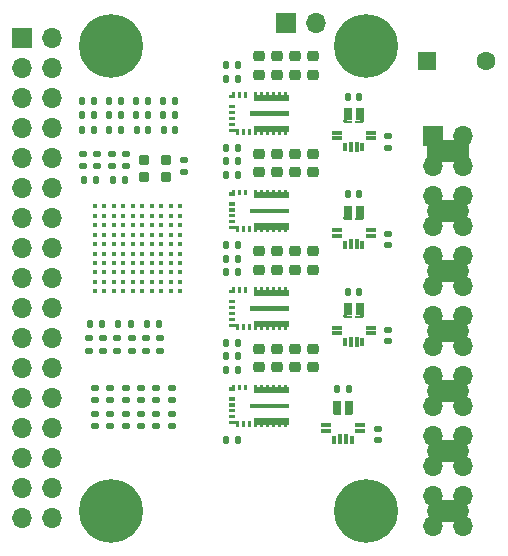
<source format=gts>
%TF.GenerationSoftware,KiCad,Pcbnew,(7.0.0)*%
%TF.CreationDate,2023-10-30T13:55:29-04:00*%
%TF.ProjectId,ECE4760 Motor Driver,45434534-3736-4302-904d-6f746f722044,rev?*%
%TF.SameCoordinates,Original*%
%TF.FileFunction,Soldermask,Top*%
%TF.FilePolarity,Negative*%
%FSLAX46Y46*%
G04 Gerber Fmt 4.6, Leading zero omitted, Abs format (unit mm)*
G04 Created by KiCad (PCBNEW (7.0.0)) date 2023-10-30 13:55:29*
%MOMM*%
%LPD*%
G01*
G04 APERTURE LIST*
G04 Aperture macros list*
%AMRoundRect*
0 Rectangle with rounded corners*
0 $1 Rounding radius*
0 $2 $3 $4 $5 $6 $7 $8 $9 X,Y pos of 4 corners*
0 Add a 4 corners polygon primitive as box body*
4,1,4,$2,$3,$4,$5,$6,$7,$8,$9,$2,$3,0*
0 Add four circle primitives for the rounded corners*
1,1,$1+$1,$2,$3*
1,1,$1+$1,$4,$5*
1,1,$1+$1,$6,$7*
1,1,$1+$1,$8,$9*
0 Add four rect primitives between the rounded corners*
20,1,$1+$1,$2,$3,$4,$5,0*
20,1,$1+$1,$4,$5,$6,$7,0*
20,1,$1+$1,$6,$7,$8,$9,0*
20,1,$1+$1,$8,$9,$2,$3,0*%
%AMRotRect*
0 Rectangle, with rotation*
0 The origin of the aperture is its center*
0 $1 length*
0 $2 width*
0 $3 Rotation angle, in degrees counterclockwise*
0 Add horizontal line*
21,1,$1,$2,0,0,$3*%
G04 Aperture macros list end*
%ADD10RoundRect,0.135000X0.185000X-0.135000X0.185000X0.135000X-0.185000X0.135000X-0.185000X-0.135000X0*%
%ADD11C,0.800000*%
%ADD12C,5.400000*%
%ADD13RoundRect,0.135000X-0.135000X-0.185000X0.135000X-0.185000X0.135000X0.185000X-0.135000X0.185000X0*%
%ADD14R,0.800000X1.070000*%
%ADD15RotRect,0.282800X0.282800X315.000000*%
%ADD16R,0.600000X0.200000*%
%ADD17R,0.850000X0.300000*%
%ADD18R,0.300000X0.800000*%
%ADD19R,0.300000X0.850000*%
%ADD20RoundRect,0.140000X0.140000X0.170000X-0.140000X0.170000X-0.140000X-0.170000X0.140000X-0.170000X0*%
%ADD21RoundRect,0.140000X0.170000X-0.140000X0.170000X0.140000X-0.170000X0.140000X-0.170000X-0.140000X0*%
%ADD22RoundRect,0.135000X-0.185000X0.135000X-0.185000X-0.135000X0.185000X-0.135000X0.185000X0.135000X0*%
%ADD23RoundRect,0.225000X0.250000X-0.225000X0.250000X0.225000X-0.250000X0.225000X-0.250000X-0.225000X0*%
%ADD24RoundRect,0.140000X-0.170000X0.140000X-0.170000X-0.140000X0.170000X-0.140000X0.170000X0.140000X0*%
%ADD25RoundRect,0.135000X0.135000X0.185000X-0.135000X0.185000X-0.135000X-0.185000X0.135000X-0.185000X0*%
%ADD26RoundRect,0.140000X-0.140000X-0.170000X0.140000X-0.170000X0.140000X0.170000X-0.140000X0.170000X0*%
%ADD27RoundRect,0.250000X-1.550000X0.650000X-1.550000X-0.650000X1.550000X-0.650000X1.550000X0.650000X0*%
%ADD28O,3.600000X1.800000*%
%ADD29RoundRect,0.200000X-0.250000X0.200000X-0.250000X-0.200000X0.250000X-0.200000X0.250000X0.200000X0*%
%ADD30R,1.600000X1.600000*%
%ADD31C,1.600000*%
%ADD32C,0.400000*%
%ADD33R,1.700000X1.700000*%
%ADD34O,1.700000X1.700000*%
G04 APERTURE END LIST*
%TO.C,Q1*%
G36*
X95753000Y-49090000D02*
G01*
X96243000Y-49090000D01*
X96243000Y-48820000D01*
X95753000Y-48820000D01*
X95753000Y-49090000D01*
G37*
G36*
X95753000Y-49590000D02*
G01*
X96243000Y-49590000D01*
X96243000Y-49320000D01*
X95753000Y-49320000D01*
X95753000Y-49590000D01*
G37*
G36*
X95753000Y-50090000D02*
G01*
X96243000Y-50090000D01*
X96243000Y-49820000D01*
X95753000Y-49820000D01*
X95753000Y-50090000D01*
G37*
G36*
X95753000Y-50590000D02*
G01*
X96243000Y-50590000D01*
X96243000Y-50320000D01*
X95753000Y-50320000D01*
X95753000Y-50590000D01*
G37*
G36*
X96758000Y-48225000D02*
G01*
X96488000Y-48225000D01*
X96488000Y-47735000D01*
X96758000Y-47735000D01*
X96758000Y-48225000D01*
G37*
G36*
X96838000Y-50835000D02*
G01*
X97108000Y-50835000D01*
X97108000Y-51325000D01*
X96838000Y-51325000D01*
X96838000Y-50835000D01*
G37*
G36*
X97258000Y-48225000D02*
G01*
X96988000Y-48225000D01*
X96988000Y-47735000D01*
X97258000Y-47735000D01*
X97258000Y-48225000D01*
G37*
G36*
X97338000Y-50835000D02*
G01*
X97608000Y-50835000D01*
X97608000Y-51325000D01*
X97338000Y-51325000D01*
X97338000Y-50835000D01*
G37*
G36*
X97489000Y-49338000D02*
G01*
X100798000Y-49338000D01*
X100798000Y-49722000D01*
X97489000Y-49722000D01*
X97489000Y-49338000D01*
G37*
G36*
X96606000Y-51332000D02*
G01*
X96336000Y-51332000D01*
X96336000Y-51097000D01*
X95748000Y-51097000D01*
X95748000Y-50827000D01*
X96606000Y-50827000D01*
X96606000Y-51332000D01*
G37*
G36*
X96258000Y-48240000D02*
G01*
X95753000Y-48240000D01*
X95753000Y-47970000D01*
X95988000Y-47970000D01*
X95988000Y-47735000D01*
X96258000Y-47735000D01*
X96258000Y-48240000D01*
G37*
G36*
X98138000Y-47945000D02*
G01*
X98368000Y-47945000D01*
X98368000Y-47725000D01*
X98638000Y-47725000D01*
X98638000Y-47945000D01*
X98868000Y-47945000D01*
X98868000Y-47725000D01*
X99138000Y-47725000D01*
X99138000Y-47945000D01*
X99368000Y-47945000D01*
X99368000Y-47725000D01*
X99638000Y-47725000D01*
X99638000Y-47945000D01*
X99868000Y-47945000D01*
X99868000Y-47725000D01*
X100138000Y-47725000D01*
X100138000Y-47945000D01*
X100368000Y-47945000D01*
X100368000Y-47725000D01*
X100638000Y-47725000D01*
X100638000Y-47945000D01*
X100868000Y-47945000D01*
X100868000Y-48475000D01*
X97868000Y-48475000D01*
X97868000Y-47725000D01*
X98138000Y-47725000D01*
X98138000Y-47945000D01*
G37*
G36*
X100868000Y-51115000D02*
G01*
X100638000Y-51115000D01*
X100638000Y-51335000D01*
X100368000Y-51335000D01*
X100368000Y-51115000D01*
X100138000Y-51115000D01*
X100138000Y-51335000D01*
X99868000Y-51335000D01*
X99868000Y-51115000D01*
X99638000Y-51115000D01*
X99638000Y-51335000D01*
X99368000Y-51335000D01*
X99368000Y-51115000D01*
X99138000Y-51115000D01*
X99138000Y-51335000D01*
X98868000Y-51335000D01*
X98868000Y-51115000D01*
X98638000Y-51115000D01*
X98638000Y-51335000D01*
X98368000Y-51335000D01*
X98368000Y-51115000D01*
X98138000Y-51115000D01*
X98138000Y-51335000D01*
X97868000Y-51335000D01*
X97868000Y-50585000D01*
X100868000Y-50585000D01*
X100868000Y-51115000D01*
G37*
%TO.C,Q4*%
G36*
X95753000Y-73855000D02*
G01*
X96243000Y-73855000D01*
X96243000Y-73585000D01*
X95753000Y-73585000D01*
X95753000Y-73855000D01*
G37*
G36*
X95753000Y-74355000D02*
G01*
X96243000Y-74355000D01*
X96243000Y-74085000D01*
X95753000Y-74085000D01*
X95753000Y-74355000D01*
G37*
G36*
X95753000Y-74855000D02*
G01*
X96243000Y-74855000D01*
X96243000Y-74585000D01*
X95753000Y-74585000D01*
X95753000Y-74855000D01*
G37*
G36*
X95753000Y-75355000D02*
G01*
X96243000Y-75355000D01*
X96243000Y-75085000D01*
X95753000Y-75085000D01*
X95753000Y-75355000D01*
G37*
G36*
X96758000Y-72990000D02*
G01*
X96488000Y-72990000D01*
X96488000Y-72500000D01*
X96758000Y-72500000D01*
X96758000Y-72990000D01*
G37*
G36*
X96838000Y-75600000D02*
G01*
X97108000Y-75600000D01*
X97108000Y-76090000D01*
X96838000Y-76090000D01*
X96838000Y-75600000D01*
G37*
G36*
X97258000Y-72990000D02*
G01*
X96988000Y-72990000D01*
X96988000Y-72500000D01*
X97258000Y-72500000D01*
X97258000Y-72990000D01*
G37*
G36*
X97338000Y-75600000D02*
G01*
X97608000Y-75600000D01*
X97608000Y-76090000D01*
X97338000Y-76090000D01*
X97338000Y-75600000D01*
G37*
G36*
X97489000Y-74103000D02*
G01*
X100798000Y-74103000D01*
X100798000Y-74487000D01*
X97489000Y-74487000D01*
X97489000Y-74103000D01*
G37*
G36*
X96606000Y-76097000D02*
G01*
X96336000Y-76097000D01*
X96336000Y-75862000D01*
X95748000Y-75862000D01*
X95748000Y-75592000D01*
X96606000Y-75592000D01*
X96606000Y-76097000D01*
G37*
G36*
X96258000Y-73005000D02*
G01*
X95753000Y-73005000D01*
X95753000Y-72735000D01*
X95988000Y-72735000D01*
X95988000Y-72500000D01*
X96258000Y-72500000D01*
X96258000Y-73005000D01*
G37*
G36*
X98138000Y-72710000D02*
G01*
X98368000Y-72710000D01*
X98368000Y-72490000D01*
X98638000Y-72490000D01*
X98638000Y-72710000D01*
X98868000Y-72710000D01*
X98868000Y-72490000D01*
X99138000Y-72490000D01*
X99138000Y-72710000D01*
X99368000Y-72710000D01*
X99368000Y-72490000D01*
X99638000Y-72490000D01*
X99638000Y-72710000D01*
X99868000Y-72710000D01*
X99868000Y-72490000D01*
X100138000Y-72490000D01*
X100138000Y-72710000D01*
X100368000Y-72710000D01*
X100368000Y-72490000D01*
X100638000Y-72490000D01*
X100638000Y-72710000D01*
X100868000Y-72710000D01*
X100868000Y-73240000D01*
X97868000Y-73240000D01*
X97868000Y-72490000D01*
X98138000Y-72490000D01*
X98138000Y-72710000D01*
G37*
G36*
X100868000Y-75880000D02*
G01*
X100638000Y-75880000D01*
X100638000Y-76100000D01*
X100368000Y-76100000D01*
X100368000Y-75880000D01*
X100138000Y-75880000D01*
X100138000Y-76100000D01*
X99868000Y-76100000D01*
X99868000Y-75880000D01*
X99638000Y-75880000D01*
X99638000Y-76100000D01*
X99368000Y-76100000D01*
X99368000Y-75880000D01*
X99138000Y-75880000D01*
X99138000Y-76100000D01*
X98868000Y-76100000D01*
X98868000Y-75880000D01*
X98638000Y-75880000D01*
X98638000Y-76100000D01*
X98368000Y-76100000D01*
X98368000Y-75880000D01*
X98138000Y-75880000D01*
X98138000Y-76100000D01*
X97868000Y-76100000D01*
X97868000Y-75350000D01*
X100868000Y-75350000D01*
X100868000Y-75880000D01*
G37*
%TO.C,Q2*%
G36*
X95753000Y-57345000D02*
G01*
X96243000Y-57345000D01*
X96243000Y-57075000D01*
X95753000Y-57075000D01*
X95753000Y-57345000D01*
G37*
G36*
X95753000Y-57845000D02*
G01*
X96243000Y-57845000D01*
X96243000Y-57575000D01*
X95753000Y-57575000D01*
X95753000Y-57845000D01*
G37*
G36*
X95753000Y-58345000D02*
G01*
X96243000Y-58345000D01*
X96243000Y-58075000D01*
X95753000Y-58075000D01*
X95753000Y-58345000D01*
G37*
G36*
X95753000Y-58845000D02*
G01*
X96243000Y-58845000D01*
X96243000Y-58575000D01*
X95753000Y-58575000D01*
X95753000Y-58845000D01*
G37*
G36*
X96758000Y-56480000D02*
G01*
X96488000Y-56480000D01*
X96488000Y-55990000D01*
X96758000Y-55990000D01*
X96758000Y-56480000D01*
G37*
G36*
X96838000Y-59090000D02*
G01*
X97108000Y-59090000D01*
X97108000Y-59580000D01*
X96838000Y-59580000D01*
X96838000Y-59090000D01*
G37*
G36*
X97258000Y-56480000D02*
G01*
X96988000Y-56480000D01*
X96988000Y-55990000D01*
X97258000Y-55990000D01*
X97258000Y-56480000D01*
G37*
G36*
X97338000Y-59090000D02*
G01*
X97608000Y-59090000D01*
X97608000Y-59580000D01*
X97338000Y-59580000D01*
X97338000Y-59090000D01*
G37*
G36*
X97489000Y-57593000D02*
G01*
X100798000Y-57593000D01*
X100798000Y-57977000D01*
X97489000Y-57977000D01*
X97489000Y-57593000D01*
G37*
G36*
X96606000Y-59587000D02*
G01*
X96336000Y-59587000D01*
X96336000Y-59352000D01*
X95748000Y-59352000D01*
X95748000Y-59082000D01*
X96606000Y-59082000D01*
X96606000Y-59587000D01*
G37*
G36*
X96258000Y-56495000D02*
G01*
X95753000Y-56495000D01*
X95753000Y-56225000D01*
X95988000Y-56225000D01*
X95988000Y-55990000D01*
X96258000Y-55990000D01*
X96258000Y-56495000D01*
G37*
G36*
X98138000Y-56200000D02*
G01*
X98368000Y-56200000D01*
X98368000Y-55980000D01*
X98638000Y-55980000D01*
X98638000Y-56200000D01*
X98868000Y-56200000D01*
X98868000Y-55980000D01*
X99138000Y-55980000D01*
X99138000Y-56200000D01*
X99368000Y-56200000D01*
X99368000Y-55980000D01*
X99638000Y-55980000D01*
X99638000Y-56200000D01*
X99868000Y-56200000D01*
X99868000Y-55980000D01*
X100138000Y-55980000D01*
X100138000Y-56200000D01*
X100368000Y-56200000D01*
X100368000Y-55980000D01*
X100638000Y-55980000D01*
X100638000Y-56200000D01*
X100868000Y-56200000D01*
X100868000Y-56730000D01*
X97868000Y-56730000D01*
X97868000Y-55980000D01*
X98138000Y-55980000D01*
X98138000Y-56200000D01*
G37*
G36*
X100868000Y-59370000D02*
G01*
X100638000Y-59370000D01*
X100638000Y-59590000D01*
X100368000Y-59590000D01*
X100368000Y-59370000D01*
X100138000Y-59370000D01*
X100138000Y-59590000D01*
X99868000Y-59590000D01*
X99868000Y-59370000D01*
X99638000Y-59370000D01*
X99638000Y-59590000D01*
X99368000Y-59590000D01*
X99368000Y-59370000D01*
X99138000Y-59370000D01*
X99138000Y-59590000D01*
X98868000Y-59590000D01*
X98868000Y-59370000D01*
X98638000Y-59370000D01*
X98638000Y-59590000D01*
X98368000Y-59590000D01*
X98368000Y-59370000D01*
X98138000Y-59370000D01*
X98138000Y-59590000D01*
X97868000Y-59590000D01*
X97868000Y-58840000D01*
X100868000Y-58840000D01*
X100868000Y-59370000D01*
G37*
%TO.C,Q3*%
G36*
X95753000Y-65600000D02*
G01*
X96243000Y-65600000D01*
X96243000Y-65330000D01*
X95753000Y-65330000D01*
X95753000Y-65600000D01*
G37*
G36*
X95753000Y-66100000D02*
G01*
X96243000Y-66100000D01*
X96243000Y-65830000D01*
X95753000Y-65830000D01*
X95753000Y-66100000D01*
G37*
G36*
X95753000Y-66600000D02*
G01*
X96243000Y-66600000D01*
X96243000Y-66330000D01*
X95753000Y-66330000D01*
X95753000Y-66600000D01*
G37*
G36*
X95753000Y-67100000D02*
G01*
X96243000Y-67100000D01*
X96243000Y-66830000D01*
X95753000Y-66830000D01*
X95753000Y-67100000D01*
G37*
G36*
X96758000Y-64735000D02*
G01*
X96488000Y-64735000D01*
X96488000Y-64245000D01*
X96758000Y-64245000D01*
X96758000Y-64735000D01*
G37*
G36*
X96838000Y-67345000D02*
G01*
X97108000Y-67345000D01*
X97108000Y-67835000D01*
X96838000Y-67835000D01*
X96838000Y-67345000D01*
G37*
G36*
X97258000Y-64735000D02*
G01*
X96988000Y-64735000D01*
X96988000Y-64245000D01*
X97258000Y-64245000D01*
X97258000Y-64735000D01*
G37*
G36*
X97338000Y-67345000D02*
G01*
X97608000Y-67345000D01*
X97608000Y-67835000D01*
X97338000Y-67835000D01*
X97338000Y-67345000D01*
G37*
G36*
X97489000Y-65848000D02*
G01*
X100798000Y-65848000D01*
X100798000Y-66232000D01*
X97489000Y-66232000D01*
X97489000Y-65848000D01*
G37*
G36*
X96606000Y-67842000D02*
G01*
X96336000Y-67842000D01*
X96336000Y-67607000D01*
X95748000Y-67607000D01*
X95748000Y-67337000D01*
X96606000Y-67337000D01*
X96606000Y-67842000D01*
G37*
G36*
X96258000Y-64750000D02*
G01*
X95753000Y-64750000D01*
X95753000Y-64480000D01*
X95988000Y-64480000D01*
X95988000Y-64245000D01*
X96258000Y-64245000D01*
X96258000Y-64750000D01*
G37*
G36*
X98138000Y-64455000D02*
G01*
X98368000Y-64455000D01*
X98368000Y-64235000D01*
X98638000Y-64235000D01*
X98638000Y-64455000D01*
X98868000Y-64455000D01*
X98868000Y-64235000D01*
X99138000Y-64235000D01*
X99138000Y-64455000D01*
X99368000Y-64455000D01*
X99368000Y-64235000D01*
X99638000Y-64235000D01*
X99638000Y-64455000D01*
X99868000Y-64455000D01*
X99868000Y-64235000D01*
X100138000Y-64235000D01*
X100138000Y-64455000D01*
X100368000Y-64455000D01*
X100368000Y-64235000D01*
X100638000Y-64235000D01*
X100638000Y-64455000D01*
X100868000Y-64455000D01*
X100868000Y-64985000D01*
X97868000Y-64985000D01*
X97868000Y-64235000D01*
X98138000Y-64235000D01*
X98138000Y-64455000D01*
G37*
G36*
X100868000Y-67625000D02*
G01*
X100638000Y-67625000D01*
X100638000Y-67845000D01*
X100368000Y-67845000D01*
X100368000Y-67625000D01*
X100138000Y-67625000D01*
X100138000Y-67845000D01*
X99868000Y-67845000D01*
X99868000Y-67625000D01*
X99638000Y-67625000D01*
X99638000Y-67845000D01*
X99368000Y-67845000D01*
X99368000Y-67625000D01*
X99138000Y-67625000D01*
X99138000Y-67845000D01*
X98868000Y-67845000D01*
X98868000Y-67625000D01*
X98638000Y-67625000D01*
X98638000Y-67845000D01*
X98368000Y-67845000D01*
X98368000Y-67625000D01*
X98138000Y-67625000D01*
X98138000Y-67845000D01*
X97868000Y-67845000D01*
X97868000Y-67095000D01*
X100868000Y-67095000D01*
X100868000Y-67625000D01*
G37*
%TD*%
D10*
%TO.C,R24*%
X86300000Y-69610000D03*
X86300000Y-68590000D03*
%TD*%
D11*
%TO.C,H2*%
X83700000Y-43815000D03*
X84293109Y-42383109D03*
X84293109Y-45246891D03*
X85725000Y-41790000D03*
D12*
X85725000Y-43815000D03*
D11*
X85725000Y-45840000D03*
X87156891Y-42383109D03*
X87156891Y-45246891D03*
X87750000Y-43815000D03*
%TD*%
D13*
%TO.C,R15*%
X90190000Y-49700000D03*
X91210000Y-49700000D03*
%TD*%
D14*
%TO.C,U2*%
X106798999Y-49606999D03*
D15*
X106998999Y-50141999D03*
D16*
X106698999Y-50241999D03*
D14*
X105798999Y-49606999D03*
D15*
X105598999Y-50141999D03*
D16*
X105898999Y-50241999D03*
D17*
X104848999Y-51156999D03*
X104848999Y-51656999D03*
D18*
X105548999Y-52406999D03*
D19*
X106048999Y-52356999D03*
X106548999Y-52356999D03*
D18*
X107048999Y-52406999D03*
D17*
X107748999Y-51656999D03*
X107748999Y-51156999D03*
%TD*%
D10*
%TO.C,R27*%
X88700000Y-69610000D03*
X88700000Y-68590000D03*
%TD*%
D20*
%TO.C,C28*%
X96492000Y-61849000D03*
X95532000Y-61849000D03*
%TD*%
D10*
%TO.C,R39*%
X84400000Y-76010000D03*
X84400000Y-74990000D03*
%TD*%
%TO.C,R38*%
X89600000Y-73810000D03*
X89600000Y-72790000D03*
%TD*%
D13*
%TO.C,R6*%
X95502000Y-60706000D03*
X96522000Y-60706000D03*
%TD*%
%TO.C,R12*%
X85590000Y-48500000D03*
X86610000Y-48500000D03*
%TD*%
D21*
%TO.C,C18*%
X109220000Y-52423000D03*
X109220000Y-51463000D03*
%TD*%
D10*
%TO.C,R41*%
X88300000Y-76010000D03*
X88300000Y-74990000D03*
%TD*%
D22*
%TO.C,R30*%
X84600000Y-52990000D03*
X84600000Y-54010000D03*
%TD*%
D10*
%TO.C,R26*%
X89899999Y-69610000D03*
X89899999Y-68590000D03*
%TD*%
D23*
%TO.C,C49*%
X102870000Y-62751000D03*
X102870000Y-61201000D03*
%TD*%
D10*
%TO.C,R40*%
X85700000Y-76010000D03*
X85700000Y-74990000D03*
%TD*%
D23*
%TO.C,C42*%
X98298000Y-54496000D03*
X98298000Y-52946000D03*
%TD*%
%TO.C,C39*%
X98298000Y-46241000D03*
X98298000Y-44691000D03*
%TD*%
D13*
%TO.C,R14*%
X90190000Y-48500000D03*
X91210000Y-48500000D03*
%TD*%
D23*
%TO.C,C50*%
X98298000Y-71006000D03*
X98298000Y-69456000D03*
%TD*%
D13*
%TO.C,R10*%
X95502000Y-77216000D03*
X96522000Y-77216000D03*
%TD*%
D24*
%TO.C,C11*%
X91900000Y-53520000D03*
X91900000Y-54480000D03*
%TD*%
D23*
%TO.C,C38*%
X99822000Y-46241000D03*
X99822000Y-44691000D03*
%TD*%
D22*
%TO.C,R33*%
X87000000Y-52990000D03*
X87000000Y-54010000D03*
%TD*%
D25*
%TO.C,R31*%
X84510000Y-55200000D03*
X83490000Y-55200000D03*
%TD*%
D23*
%TO.C,C44*%
X101346000Y-54496000D03*
X101346000Y-52946000D03*
%TD*%
D13*
%TO.C,R4*%
X95502000Y-52451000D03*
X96522000Y-52451000D03*
%TD*%
D26*
%TO.C,C35*%
X104930000Y-72898000D03*
X105890000Y-72898000D03*
%TD*%
%TO.C,C23*%
X105819000Y-56388000D03*
X106779000Y-56388000D03*
%TD*%
D25*
%TO.C,R11*%
X96522000Y-71247000D03*
X95502000Y-71247000D03*
%TD*%
D23*
%TO.C,C48*%
X101346000Y-62751000D03*
X101346000Y-61201000D03*
%TD*%
D21*
%TO.C,C36*%
X108331000Y-77188000D03*
X108331000Y-76228000D03*
%TD*%
D24*
%TO.C,C72*%
X87000000Y-75020000D03*
X87000000Y-75980000D03*
%TD*%
D10*
%TO.C,R20*%
X85100000Y-69610000D03*
X85100000Y-68590000D03*
%TD*%
D22*
%TO.C,R29*%
X83400000Y-52990000D03*
X83400000Y-54010000D03*
%TD*%
D21*
%TO.C,C30*%
X109220000Y-68806000D03*
X109220000Y-67846000D03*
%TD*%
D23*
%TO.C,C40*%
X101346000Y-46241000D03*
X101346000Y-44691000D03*
%TD*%
D13*
%TO.C,R18*%
X83290000Y-48500000D03*
X84310000Y-48500000D03*
%TD*%
D23*
%TO.C,C53*%
X102870000Y-71006000D03*
X102870000Y-69456000D03*
%TD*%
D10*
%TO.C,R42*%
X89600000Y-76010000D03*
X89600000Y-74990000D03*
%TD*%
D11*
%TO.C,H1*%
X105290000Y-43815000D03*
X105883109Y-42383109D03*
X105883109Y-45246891D03*
X107315000Y-41790000D03*
D12*
X107315000Y-43815000D03*
D11*
X107315000Y-45840000D03*
X108746891Y-42383109D03*
X108746891Y-45246891D03*
X109340000Y-43815000D03*
%TD*%
D10*
%TO.C,R36*%
X85700000Y-73810000D03*
X85700000Y-72790000D03*
%TD*%
D24*
%TO.C,C71*%
X90900000Y-72820000D03*
X90900000Y-73780000D03*
%TD*%
D14*
%TO.C,U4*%
X106798999Y-66116999D03*
D15*
X106998999Y-66651999D03*
D16*
X106698999Y-66751999D03*
D14*
X105798999Y-66116999D03*
D15*
X105598999Y-66651999D03*
D16*
X105898999Y-66751999D03*
D17*
X104848999Y-67666999D03*
X104848999Y-68166999D03*
D18*
X105548999Y-68916999D03*
D19*
X106048999Y-68866999D03*
X106548999Y-68866999D03*
D18*
X107048999Y-68916999D03*
D17*
X107748999Y-68166999D03*
X107748999Y-67666999D03*
%TD*%
D22*
%TO.C,R32*%
X85800000Y-52990000D03*
X85800000Y-54010000D03*
%TD*%
D27*
%TO.C,J2*%
X114300000Y-52705000D03*
D28*
X114299999Y-57784999D03*
X114299999Y-62864999D03*
X114299999Y-67944999D03*
X114299999Y-73024999D03*
X114299999Y-78104999D03*
X114299999Y-83184999D03*
%TD*%
D23*
%TO.C,C43*%
X99822000Y-54496000D03*
X99822000Y-52946000D03*
%TD*%
D10*
%TO.C,R21*%
X83900000Y-69610000D03*
X83900000Y-68590000D03*
%TD*%
D13*
%TO.C,R19*%
X83290000Y-49700000D03*
X84310000Y-49700000D03*
%TD*%
%TO.C,R28*%
X88790000Y-67400000D03*
X89810000Y-67400000D03*
%TD*%
D23*
%TO.C,C52*%
X101346000Y-71006000D03*
X101346000Y-69456000D03*
%TD*%
D13*
%TO.C,R17*%
X87890000Y-49700000D03*
X88910000Y-49700000D03*
%TD*%
D14*
%TO.C,U6*%
X105909999Y-74371999D03*
D15*
X106109999Y-74906999D03*
D16*
X105809999Y-75006999D03*
D14*
X104909999Y-74371999D03*
D15*
X104709999Y-74906999D03*
D16*
X105009999Y-75006999D03*
D17*
X103959999Y-75921999D03*
X103959999Y-76421999D03*
D18*
X104659999Y-77171999D03*
D19*
X105159999Y-77121999D03*
X105659999Y-77121999D03*
D18*
X106159999Y-77171999D03*
D17*
X106859999Y-76421999D03*
X106859999Y-75921999D03*
%TD*%
D13*
%TO.C,R13*%
X85590000Y-49700000D03*
X86610000Y-49700000D03*
%TD*%
D25*
%TO.C,R5*%
X96522000Y-46609000D03*
X95502000Y-46609000D03*
%TD*%
D23*
%TO.C,C41*%
X102870000Y-46241000D03*
X102870000Y-44691000D03*
%TD*%
D21*
%TO.C,C24*%
X109220000Y-60678000D03*
X109220000Y-59718000D03*
%TD*%
D10*
%TO.C,R23*%
X87500000Y-69610000D03*
X87500000Y-68590000D03*
%TD*%
%TO.C,R35*%
X84400000Y-73810000D03*
X84400000Y-72790000D03*
%TD*%
D20*
%TO.C,C22*%
X96492000Y-53594000D03*
X95532000Y-53594000D03*
%TD*%
%TO.C,C67*%
X91180000Y-50900000D03*
X90220000Y-50900000D03*
%TD*%
D14*
%TO.C,U3*%
X106798999Y-57861999D03*
D15*
X106998999Y-58396999D03*
D16*
X106698999Y-58496999D03*
D14*
X105798999Y-57861999D03*
D15*
X105598999Y-58396999D03*
D16*
X105898999Y-58496999D03*
D17*
X104848999Y-59411999D03*
X104848999Y-59911999D03*
D18*
X105548999Y-60661999D03*
D19*
X106048999Y-60611999D03*
X106548999Y-60611999D03*
D18*
X107048999Y-60661999D03*
D17*
X107748999Y-59911999D03*
X107748999Y-59411999D03*
%TD*%
D20*
%TO.C,C68*%
X88880000Y-50900000D03*
X87920000Y-50900000D03*
%TD*%
D26*
%TO.C,C17*%
X105819000Y-48133000D03*
X106779000Y-48133000D03*
%TD*%
D25*
%TO.C,R7*%
X96522000Y-54737000D03*
X95502000Y-54737000D03*
%TD*%
D20*
%TO.C,C34*%
X96492000Y-70104000D03*
X95532000Y-70104000D03*
%TD*%
D11*
%TO.C,H4*%
X83700000Y-83185000D03*
X84293109Y-81753109D03*
X84293109Y-84616891D03*
X85725000Y-81160000D03*
D12*
X85725000Y-83185000D03*
D11*
X85725000Y-85210000D03*
X87156891Y-81753109D03*
X87156891Y-84616891D03*
X87750000Y-83185000D03*
%TD*%
D20*
%TO.C,C16*%
X96492000Y-45466000D03*
X95532000Y-45466000D03*
%TD*%
D29*
%TO.C,X1*%
X90425000Y-53475000D03*
X88575000Y-53475000D03*
X88575000Y-54925000D03*
X90425000Y-54925000D03*
%TD*%
D30*
%TO.C,C1*%
X112532348Y-45084999D03*
D31*
X117532349Y-45085000D03*
%TD*%
D20*
%TO.C,C66*%
X86580000Y-50900000D03*
X85620000Y-50900000D03*
%TD*%
D25*
%TO.C,R34*%
X86910000Y-55200000D03*
X85890000Y-55200000D03*
%TD*%
D11*
%TO.C,H3*%
X105290000Y-83185000D03*
X105883109Y-81753109D03*
X105883109Y-84616891D03*
X107315000Y-81160000D03*
D12*
X107315000Y-83185000D03*
D11*
X107315000Y-85210000D03*
X108746891Y-81753109D03*
X108746891Y-84616891D03*
X109340000Y-83185000D03*
%TD*%
D25*
%TO.C,R9*%
X96522000Y-62992000D03*
X95502000Y-62992000D03*
%TD*%
D13*
%TO.C,R25*%
X86390000Y-67400000D03*
X87410000Y-67400000D03*
%TD*%
D23*
%TO.C,C51*%
X99822000Y-71006000D03*
X99822000Y-69456000D03*
%TD*%
D13*
%TO.C,R22*%
X83990000Y-67400000D03*
X85010000Y-67400000D03*
%TD*%
%TO.C,R8*%
X95502000Y-68961000D03*
X96522000Y-68961000D03*
%TD*%
D24*
%TO.C,C73*%
X90900000Y-75020000D03*
X90900000Y-75980000D03*
%TD*%
D23*
%TO.C,C46*%
X98298000Y-62751000D03*
X98298000Y-61201000D03*
%TD*%
D26*
%TO.C,C29*%
X105819000Y-64643000D03*
X106779000Y-64643000D03*
%TD*%
D32*
%TO.C,U1*%
X91600000Y-57400000D03*
X91600000Y-58200000D03*
X91600000Y-59000000D03*
X91600000Y-59800000D03*
X91600000Y-60600000D03*
X91600000Y-61400000D03*
X91600000Y-62200000D03*
X91600000Y-63000000D03*
X91600000Y-63800000D03*
X91600000Y-64600000D03*
X90800000Y-57400000D03*
X90800000Y-58200000D03*
X90800000Y-59000000D03*
X90800000Y-59800000D03*
X90800000Y-60600000D03*
X90800000Y-61400000D03*
X90800000Y-62200000D03*
X90800000Y-63000000D03*
X90800000Y-63800000D03*
X90800000Y-64600000D03*
X90000000Y-57400000D03*
X90000000Y-58200000D03*
X90000000Y-59000000D03*
X90000000Y-59800000D03*
X90000000Y-60600000D03*
X90000000Y-61400000D03*
X90000000Y-62200000D03*
X90000000Y-63000000D03*
X90000000Y-63800000D03*
X90000000Y-64600000D03*
X89200000Y-57400000D03*
X89200000Y-58200000D03*
X89200000Y-59000000D03*
X89200000Y-59800000D03*
X89200000Y-60600000D03*
X89200000Y-61400000D03*
X89200000Y-62200000D03*
X89200000Y-63000000D03*
X89200000Y-63800000D03*
X89200000Y-64600000D03*
X88400000Y-57400000D03*
X88400000Y-58200000D03*
X88400000Y-59000000D03*
X88400000Y-59800000D03*
X88400000Y-60600000D03*
X88400000Y-61400000D03*
X88400000Y-62200000D03*
X88400000Y-63000000D03*
X88400000Y-63800000D03*
X88400000Y-64600000D03*
X87600000Y-57400000D03*
X87600000Y-58200000D03*
X87600000Y-59000000D03*
X87600000Y-59800000D03*
X87600000Y-60600000D03*
X87600000Y-61400000D03*
X87600000Y-62200000D03*
X87600000Y-63000000D03*
X87600000Y-63800000D03*
X87600000Y-64600000D03*
X86800000Y-57400000D03*
X86800000Y-58200000D03*
X86800000Y-59000000D03*
X86800000Y-59800000D03*
X86800000Y-60600000D03*
X86800000Y-61400000D03*
X86800000Y-62200000D03*
X86800000Y-63000000D03*
X86800000Y-63800000D03*
X86800000Y-64600000D03*
X86000000Y-57400000D03*
X86000000Y-58200000D03*
X86000000Y-59000000D03*
X86000000Y-59800000D03*
X86000000Y-60600000D03*
X86000000Y-61400000D03*
X86000000Y-62200000D03*
X86000000Y-63000000D03*
X86000000Y-63800000D03*
X86000000Y-64600000D03*
X85200000Y-57400000D03*
X85200000Y-58200000D03*
X85200000Y-59000000D03*
X85200000Y-59800000D03*
X85200000Y-60600000D03*
X85200000Y-61400000D03*
X85200000Y-62200000D03*
X85200000Y-63000000D03*
X85200000Y-63800000D03*
X85200000Y-64600000D03*
X84400000Y-57400000D03*
X84400000Y-58200000D03*
X84400000Y-59000000D03*
X84400000Y-59800000D03*
X84400000Y-60600000D03*
X84400000Y-61400000D03*
X84400000Y-62200000D03*
X84400000Y-63000000D03*
X84400000Y-63800000D03*
X84400000Y-64600000D03*
%TD*%
D23*
%TO.C,C45*%
X102870000Y-54496000D03*
X102870000Y-52946000D03*
%TD*%
D13*
%TO.C,R16*%
X87890000Y-48500000D03*
X88910000Y-48500000D03*
%TD*%
D20*
%TO.C,C69*%
X84280000Y-50900000D03*
X83320000Y-50900000D03*
%TD*%
D24*
%TO.C,C70*%
X87000000Y-72820000D03*
X87000000Y-73780000D03*
%TD*%
D23*
%TO.C,C47*%
X99822000Y-62751000D03*
X99822000Y-61201000D03*
%TD*%
D10*
%TO.C,R37*%
X88300000Y-73810000D03*
X88300000Y-72790000D03*
%TD*%
D33*
%TO.C,J6*%
X100583999Y-41909999D03*
D34*
X103123999Y-41909999D03*
%TD*%
D33*
%TO.C,J1*%
X78231999Y-43179999D03*
D34*
X80771999Y-43179999D03*
X78231999Y-45719999D03*
X80771999Y-45719999D03*
X78231999Y-48259999D03*
X80771999Y-48259999D03*
X78231999Y-50799999D03*
X80771999Y-50799999D03*
X78231999Y-53339999D03*
X80771999Y-53339999D03*
X78231999Y-55879999D03*
X80771999Y-55879999D03*
X78231999Y-58419999D03*
X80771999Y-58419999D03*
X78231999Y-60959999D03*
X80771999Y-60959999D03*
X78231999Y-63499999D03*
X80771999Y-63499999D03*
X78231999Y-66039999D03*
X80771999Y-66039999D03*
X78231999Y-68579999D03*
X80771999Y-68579999D03*
X78231999Y-71119999D03*
X80771999Y-71119999D03*
X78231999Y-73659999D03*
X80771999Y-73659999D03*
X78231999Y-76199999D03*
X80771999Y-76199999D03*
X78231999Y-78739999D03*
X80771999Y-78739999D03*
X78231999Y-81279999D03*
X80771999Y-81279999D03*
X78231999Y-83819999D03*
X80771999Y-83819999D03*
%TD*%
D33*
%TO.C,J100*%
X113029999Y-51434999D03*
D34*
X115569999Y-51434999D03*
X113029999Y-53974999D03*
X115569999Y-53974999D03*
X113029999Y-56514999D03*
X115569999Y-56514999D03*
X113029999Y-59054999D03*
X115569999Y-59054999D03*
X113029999Y-61594999D03*
X115569999Y-61594999D03*
X113029999Y-64134999D03*
X115569999Y-64134999D03*
X113029999Y-66674999D03*
X115569999Y-66674999D03*
X113029999Y-69214999D03*
X115569999Y-69214999D03*
X113029999Y-71754999D03*
X115569999Y-71754999D03*
X113029999Y-74294999D03*
X115569999Y-74294999D03*
X113029999Y-76834999D03*
X115569999Y-76834999D03*
X113029999Y-79374999D03*
X115569999Y-79374999D03*
X113029999Y-81914999D03*
X115569999Y-81914999D03*
X113029999Y-84454999D03*
X115569999Y-84454999D03*
%TD*%
M02*

</source>
